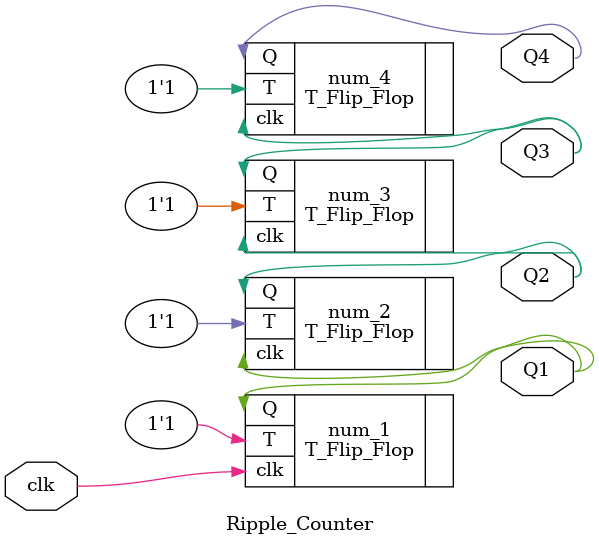
<source format=v>
`timescale 1ns / 1ps
module Ripple_Counter( clk,Q1,Q2,Q3,Q4);
   input clk;
   output wire Q1;
   output wire Q2;
   output wire Q3;
   output wire Q4;

    T_Flip_Flop       num_1(.clk(clk),.T(1'b1),.Q(Q1));
    T_Flip_Flop       num_2(.clk(Q1),.T(1'b1),.Q(Q2));
    T_Flip_Flop       num_3(.clk(Q2),.T(1'b1),.Q(Q3)); 
    T_Flip_Flop       num_4(.clk(Q3),.T(1'b1),.Q(Q4));

 endmodule
</source>
